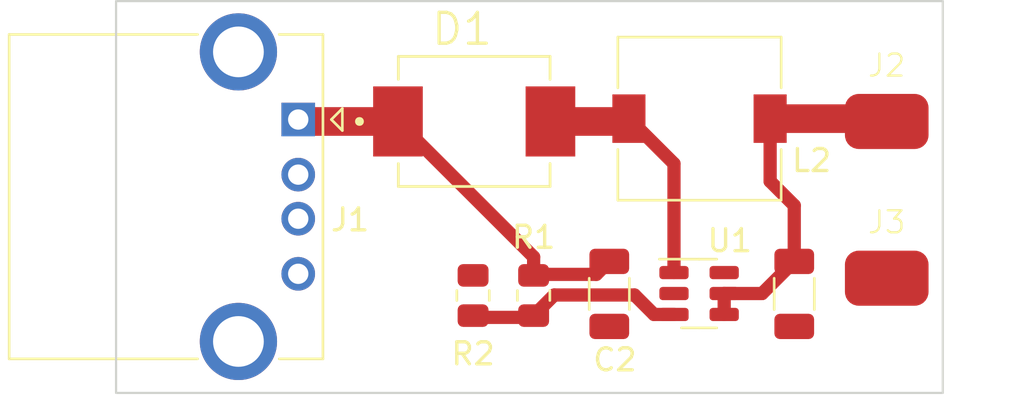
<source format=kicad_pcb>
(kicad_pcb (version 20230410) (generator pcbnew)
  (layers (0 "F.Cu" signal) (31 "B.Cu" signal) (34 "B.Paste" user) (35 "F.Paste" user) (36 "B.SilkS" user "B.Silkscreen") (37 "F.SilkS" user "F.Silkscreen") (38 "B.Mask" user) (39 "F.Mask" user) (44 "Edge.Cuts" user))
  (net 0 "")
  (net 1 "Net-(U1-FB)")
  (net 6 "GND")
  (net 7 "/+5V")
  (net 8 "/SW")
  (net 9 "/+3.7V")
  (footprint "Capacitor_SMD:C_1206_3216Metric" (layer "F.Cu") (at 99.391 85.676 -90)
    (fp_text reference "C2" (at 2.989 -0.254 180) (layer "F.SilkS"))
    (fp_text value "22uF")
    (fp_line (start -0.711252 0.91) (end 0.711252 0.91) (stroke (width 0.12)) (layer "F.SilkS"))
    (fp_line (start -0.711252 -0.91) (end 0.711252 -0.91) (stroke (width 0.12)) (layer "F.SilkS"))
    (pad "1" smd roundrect (at -1.475 0 270) (size 1.15 1.8) (layers "F.Cu" "F.Paste" "F.Mask") (roundrect_rratio 0.217391) (net 7 "/+5V"))
    (pad "2" smd roundrect (at 1.475 0 270) (size 1.15 1.8) (layers "F.Cu" "F.Paste" "F.Mask") (roundrect_rratio 0.217391) (net 6 "GND"))
  )
  (footprint "Resistor_SMD:R_0805_2012Metric" (layer "F.Cu") (at 93.218 85.7485 90)
    (fp_text reference "R2" (at -2.6435 0) (layer "F.SilkS"))
    (fp_text value "15K")
    (fp_line (start -0.227064 -0.735) (end 0.227064 -0.735) (stroke (width 0.12)) (layer "F.SilkS"))
    (fp_line (start -0.227064 0.735) (end 0.227064 0.735) (stroke (width 0.12)) (layer "F.SilkS"))
    (pad "1" smd roundrect (at -0.9125 0 90) (size 1.025 1.4) (layers "F.Cu" "F.Paste" "F.Mask") (roundrect_rratio 0.243902) (net 1 "Net-(U1-FB)"))
    (pad "2" smd roundrect (at 0.9125 0 90) (size 1.025 1.4) (layers "F.Cu" "F.Paste" "F.Mask") (roundrect_rratio 0.243902) (net 6 "GND"))
  )
  (footprint "Inductor_SMD:L_7.3x7.3_H3.5" (layer "F.Cu") (at 103.48 77.724)
    (fp_text reference "L2" (at 5.08 1.897) (layer "F.SilkS"))
    (fp_text value "22uH")
    (fp_line (start -3.7 -3.7) (end 3.7 -3.7) (stroke (width 0.12)) (layer "F.SilkS"))
    (fp_line (start -3.7 -1.4) (end -3.7 -3.7) (stroke (width 0.12)) (layer "F.SilkS"))
    (fp_line (start -3.7 3.7) (end -3.7 1.4) (stroke (width 0.12)) (layer "F.SilkS"))
    (fp_line (start 3.7 -3.7) (end 3.7 -1.4) (stroke (width 0.12)) (layer "F.SilkS"))
    (fp_line (start 3.7 1.4) (end 3.7 3.7) (stroke (width 0.12)) (layer "F.SilkS"))
    (fp_line (start 3.7 3.7) (end -3.7 3.7) (stroke (width 0.12)) (layer "F.SilkS"))
    (pad "1" smd rect (at -3.2 0) (size 1.5 2.2) (layers "F.Cu" "F.Paste" "F.Mask") (net 8 "/SW"))
    (pad "2" smd rect (at 3.2 0) (size 1.5 2.2) (layers "F.Cu" "F.Paste" "F.Mask") (net 9 "/+3.7V"))
  )
  (footprint "Connector_USB:USB_A_CONNFLY_DS1095-WNR0" (layer "F.Cu") (at 85.294 77.764 -90)
    (fp_text reference "J1" (at 4.55 -2.35 180) (layer "F.SilkS"))
    (fp_text value "USB_A")
    (fp_line (start -3.86 13.1) (end 10.86 13.1) (stroke (width 0.12)) (layer "F.SilkS"))
    (fp_line (start -3.86 4.56) (end -3.86 13.1) (stroke (width 0.12)) (layer "F.SilkS"))
    (fp_line (start 10.86 4.56) (end 10.86 13.1) (stroke (width 0.12)) (layer "F.SilkS"))
    (fp_line (start 10.86 0.86) (end 10.86 -1.12) (stroke (width 0.12)) (layer "F.SilkS"))
    (fp_line (start -3.86 -1.12) (end -3.86 0.86) (stroke (width 0.12)) (layer "F.SilkS"))
    (fp_line (start -3.86 -1.12) (end 10.86 -1.12) (stroke (width 0.12)) (layer "F.SilkS"))
    (fp_line (start 0 -1.5) (end 0.5 -2) (stroke (width 0.12)) (layer "F.SilkS"))
    (fp_line (start -0.5 -2) (end 0 -1.5) (stroke (width 0.12)) (layer "F.SilkS"))
    (fp_line (start 0.5 -2) (end -0.5 -2) (stroke (width 0.12)) (layer "F.SilkS"))
    (pad "1" thru_hole rect (at 0 0 270) (size 1.524 1.524) (drill 0.92) (layers "*.Cu" "*.Mask") (net 7 "/+5V"))
    (pad "2" thru_hole circle (at 2.5 0 270) (size 1.524 1.524) (drill 0.92) (layers "*.Cu" "*.Mask"))
    (pad "3" thru_hole circle (at 4.5 0 270) (size 1.524 1.524) (drill 0.92) (layers "*.Cu" "*.Mask"))
    (pad "4" thru_hole circle (at 7 0 270) (size 1.524 1.524) (drill 0.92) (layers "*.Cu" "*.Mask") (net 6 "GND"))
    (pad "5" thru_hole circle (at -3.07 2.71 270) (size 3.5 3.5) (drill 2.3) (layers "*.Cu" "*.Mask"))
    (pad "5" thru_hole circle (at 10.07 2.71 270) (size 3.5 3.5) (drill 2.3) (layers "*.Cu" "*.Mask"))
  )
  (footprint "pad:pad" (layer "F.Cu") (at 111.964 84.963)
    (fp_text reference "J3" (at 0 -2.54 unlocked) (layer "F.SilkS") (effects (font (thickness 0.1))))
    (fp_text value "Conn_01x01_Pin")
    (pad "1" smd roundrect (at 0 0) (size 3.79 2.5) (layers "F.Cu" "F.Paste" "F.Mask") (net 6 "GND"))
  )
  (footprint "Package_TO_SOT_SMD:SOT-23-6" (layer "F.Cu") (at 103.4605 85.659)
    (fp_text reference "U1" (at 1.3915 -2.4) (layer "F.SilkS"))
    (fp_text value "MT3608")
    (fp_line (start 0 -1.56) (end -1.8 -1.56) (stroke (width 0.12)) (layer "F.SilkS"))
    (fp_line (start 0 -1.56) (end 0.8 -1.56) (stroke (width 0.12)) (layer "F.SilkS"))
    (fp_line (start 0 1.56) (end -0.8 1.56) (stroke (width 0.12)) (layer "F.SilkS"))
    (fp_line (start 0 1.56) (end 0.8 1.56) (stroke (width 0.12)) (layer "F.SilkS"))
    (pad "1" smd roundrect (at -1.1375 -0.95) (size 1.325 0.6) (layers "F.Cu" "F.Paste" "F.Mask") (net 8 "/SW"))
    (pad "2" smd roundrect (at -1.1375 0) (size 1.325 0.6) (layers "F.Cu" "F.Paste" "F.Mask") (net 6 "GND"))
    (pad "3" smd roundrect (at -1.1375 0.95) (size 1.325 0.6) (layers "F.Cu" "F.Paste" "F.Mask") (net 1 "Net-(U1-FB)"))
    (pad "4" smd roundrect (at 1.1375 0.95) (size 1.325 0.6) (layers "F.Cu" "F.Paste" "F.Mask") (net 9 "/+3.7V"))
    (pad "5" smd roundrect (at 1.1375 0) (size 1.325 0.6) (layers "F.Cu" "F.Paste" "F.Mask") (net 9 "/+3.7V"))
    (pad "6" smd roundrect (at 1.1375 -0.95) (size 1.325 0.6) (layers "F.Cu" "F.Paste" "F.Mask"))
  )
  (footprint "Resistor_SMD:R_0805_2012Metric" (layer "F.Cu") (at 95.962 85.7485 -90)
    (fp_text reference "R1" (at -2.6435 0 180) (layer "F.SilkS"))
    (fp_text value "110K")
    (fp_line (start -0.227064 0.735) (end 0.227064 0.735) (stroke (width 0.12)) (layer "F.SilkS"))
    (fp_line (start -0.227064 -0.735) (end 0.227064 -0.735) (stroke (width 0.12)) (layer "F.SilkS"))
    (pad "1" smd roundrect (at -0.9125 0 270) (size 1.025 1.4) (layers "F.Cu" "F.Paste" "F.Mask") (roundrect_rratio 0.243902) (net 7 "/+5V"))
    (pad "2" smd roundrect (at 0.9125 0 270) (size 1.025 1.4) (layers "F.Cu" "F.Paste" "F.Mask") (roundrect_rratio 0.243902) (net 1 "Net-(U1-FB)"))
  )
  (footprint "SS34:DIOM7959X265N" (layer "F.Cu") (at 93.269 77.851)
    (fp_text reference "D1" (at -0.555 -4.191) (layer "F.SilkS") (effects (font (size 1.4 1.4))))
    (fp_text value "SS34")
    (fp_line (start -3.4375 -2.95) (end -3.4375 -1.91) (stroke (width 0.127)) (layer "F.SilkS"))
    (fp_line (start -3.4375 1.91) (end -3.4375 2.95) (stroke (width 0.127)) (layer "F.SilkS"))
    (fp_line (start -3.4375 2.95) (end 3.4375 2.95) (stroke (width 0.127)) (layer "F.SilkS"))
    (fp_line (start 3.4375 -2.95) (end -3.4375 -2.95) (stroke (width 0.127)) (layer "F.SilkS"))
    (fp_line (start 3.4375 -1.91) (end 3.4375 -2.95) (stroke (width 0.127)) (layer "F.SilkS"))
    (fp_line (start 3.4375 2.95) (end 3.4375 1.91) (stroke (width 0.127)) (layer "F.SilkS"))
    (fp_circle (center -5.2 0) (end -5.1 0) (stroke (width 0.2)) (fill none) (layer "F.SilkS"))
    (pad "A" smd rect (at 3.455 0 180) (size 2.25 3.18) (layers "F.Cu" "F.Paste" "F.Mask") (net 8 "/SW"))
    (pad "C" smd rect (at -3.455 0) (size 2.25 3.18) (layers "F.Cu" "F.Paste" "F.Mask") (net 7 "/+5V"))
  )
  (footprint "Capacitor_SMD:C_1206_3216Metric" (layer "F.Cu") (at 107.773 85.676 -90)
    (fp_text reference "C1" hide)
    (fp_text value "22uF")
    (fp_line (start -0.711252 0.91) (end 0.711252 0.91) (stroke (width 0.12)) (layer "F.SilkS"))
    (fp_line (start -0.711252 -0.91) (end 0.711252 -0.91) (stroke (width 0.12)) (layer "F.SilkS"))
    (pad "1" smd roundrect (at -1.475 0 270) (size 1.15 1.8) (layers "F.Cu" "F.Paste" "F.Mask") (roundrect_rratio 0.217391) (net 9 "/+3.7V"))
    (pad "2" smd roundrect (at 1.475 0 270) (size 1.15 1.8) (layers "F.Cu" "F.Paste" "F.Mask") (roundrect_rratio 0.217391) (net 6 "GND"))
  )
  (footprint "pad:pad" (layer "F.Cu") (at 111.964 77.851)
    (fp_text reference "J2" (at 0 -2.54 unlocked) (layer "F.SilkS") (effects (font (thickness 0.1))))
    (fp_text value "Conn_01x01_Pin")
    (pad "1" smd roundrect (at 0 0) (size 3.79 2.5) (layers "F.Cu" "F.Paste" "F.Mask") (net 9 "/+3.7V"))
  )
  (gr_rect (start 77.039 72.39) (end 114.504 90.17) (stroke (width 0.1)) (fill none) (layer "Edge.Cuts"))
  (segment (start 95.882 86.741) (end 96.898 85.725) (width 0.6) (layer "F.Cu") (net 1))
  (segment (start 100.534 85.725) (end 101.418 86.609) (width 0.6) (layer "F.Cu") (net 1))
  (segment (start 96.898 85.725) (end 100.534 85.725) (width 0.6) (layer "F.Cu") (net 1))
  (segment (start 93.295 86.741) (end 95.882 86.741) (width 0.6) (layer "F.Cu") (net 1))
  (segment (start 101.418 86.609) (end 102.323 86.609) (width 0.6) (layer "F.Cu") (net 1))
  (segment (start 89.814 77.851) (end 85.381 77.851) (width 1.3) (layer "F.Cu") (net 7))
  (segment (start 85.381 77.851) (end 85.294 77.764) (width 1.3) (layer "F.Cu") (net 7))
  (segment (start 95.962 84.789) (end 98.803 84.789) (width 0.6) (layer "F.Cu") (net 7))
  (segment (start 98.803 84.789) (end 99.391 84.201) (width 0.6) (layer "F.Cu") (net 7))
  (segment (start 95.962 83.999) (end 89.814 77.851) (width 0.6) (layer "F.Cu") (net 7))
  (segment (start 95.962 84.789) (end 95.962 83.999) (width 0.6) (layer "F.Cu") (net 7))
  (segment (start 102.323 79.767) (end 100.28 77.724) (width 0.6) (layer "F.Cu") (net 8))
  (segment (start 100.153 77.851) (end 100.28 77.724) (width 1.3) (layer "F.Cu") (net 8))
  (segment (start 96.724 77.851) (end 100.153 77.851) (width 1.3) (layer "F.Cu") (net 8))
  (segment (start 102.323 84.709) (end 102.323 79.767) (width 0.6) (layer "F.Cu") (net 8))
  (segment (start 104.598 86.609) (end 104.598 85.659) (width 0.6) (layer "F.Cu") (net 9))
  (segment (start 111.837 77.724) (end 111.964 77.851) (width 1.3) (layer "F.Cu") (net 9))
  (segment (start 106.68 77.724) (end 111.837 77.724) (width 1.3) (layer "F.Cu") (net 9))
  (segment (start 106.315 85.659) (end 107.773 84.201) (width 0.6) (layer "F.Cu") (net 9))
  (segment (start 107.773 81.661) (end 106.68 80.568) (width 0.6) (layer "F.Cu") (net 9))
  (segment (start 107.773 84.201) (end 107.773 81.661) (width 0.6) (layer "F.Cu") (net 9))
  (segment (start 106.68 80.568) (end 106.68 77.724) (width 0.6) (layer "F.Cu") (net 9))
  (segment (start 104.598 85.659) (end 106.315 85.659) (width 0.6) (layer "F.Cu") (net 9))
)
</source>
